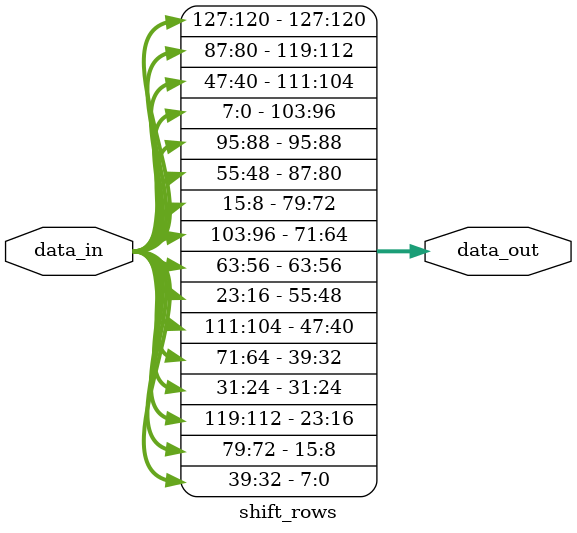
<source format=v>
module shift_rows(data_in,data_out);
    input[127:0] data_in;       // sbyte_out is input
    output reg[127:0] data_out; // 128 bit row shifted output of sbyte
    
    // Shift by 0 unit taking 8 bit as a single block
    assign data_out[127:120] = data_in[127:120];
    assign data_out[119:112] = data_in[87:80];
    assign data_out[111:104] = data_in[47:40];
    assign data_out[103:96] = data_in[7:0];

    // Shift by 1 unit
    assign data_out[95:88] = data_in[95:88];
    assign data_out[87:80] = data_in[55:48];
    assign data_out[79:72] = data_in[15:8];
    assign data_out[71:64] = data_in[103:96];

    // Shift by 2 unit
    assign data_out[63:56] = data_in[63:56];
    assign data_out[55:48] = data_in[23:16];
    assign data_out[47:40] = data_in[111:104];
    assign data_out[39:32] = data_in[71:64];

    // Shift by 3 unit
    assign data_out[31:24] = data_in[31:24];
    assign data_out[23:16] = data_in[119:112];
    assign data_out[15:8] = data_in[79:72];
    assign data_out[7:0] = data_in[39:32];

endmodule
</source>
